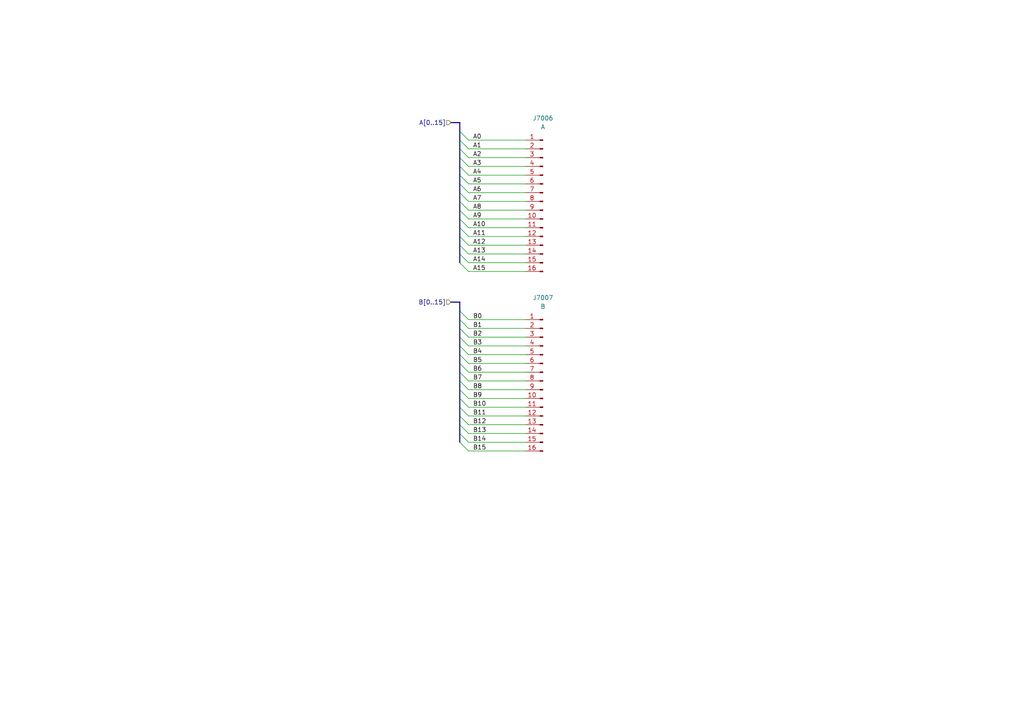
<source format=kicad_sch>
(kicad_sch (version 20211123) (generator eeschema)
  (paper "A4")
  (title_block (date "2022-04-13") (rev "A"))
  (lib_symbols
    (symbol "Connector:Conn_01x16_Male" (pin_names (offset 1.016) hide)
      (property "Reference" "J" (at 0 20.32 0))
      (property "Value" "Conn_01x16_Male" (at 0 -22.86 0))
      (symbol "Conn_01x16_Male_1_1"
        (polyline (pts (xy 1.27 -20.32) (xy 0.8636 -20.32)) (stroke (width 0.1524)))
        (polyline (pts (xy 1.27 -17.78) (xy 0.8636 -17.78)) (stroke (width 0.1524)))
        (polyline (pts (xy 1.27 -15.24) (xy 0.8636 -15.24)) (stroke (width 0.1524)))
        (polyline (pts (xy 1.27 -12.7) (xy 0.8636 -12.7)) (stroke (width 0.1524)))
        (polyline (pts (xy 1.27 -10.16) (xy 0.8636 -10.16)) (stroke (width 0.1524)))
        (polyline (pts (xy 1.27 -7.62) (xy 0.8636 -7.62)) (stroke (width 0.1524)))
        (polyline (pts (xy 1.27 -5.08) (xy 0.8636 -5.08)) (stroke (width 0.1524)))
        (polyline (pts (xy 1.27 -2.54) (xy 0.8636 -2.54)) (stroke (width 0.1524)))
        (polyline (pts (xy 1.27 0) (xy 0.8636 0)) (stroke (width 0.1524)))
        (polyline (pts (xy 1.27 2.54) (xy 0.8636 2.54)) (stroke (width 0.1524)))
        (polyline (pts (xy 1.27 5.08) (xy 0.8636 5.08)) (stroke (width 0.1524)))
        (polyline (pts (xy 1.27 7.62) (xy 0.8636 7.62)) (stroke (width 0.1524)))
        (polyline (pts (xy 1.27 10.16) (xy 0.8636 10.16)) (stroke (width 0.1524)))
        (polyline (pts (xy 1.27 12.7) (xy 0.8636 12.7)) (stroke (width 0.1524)))
        (polyline (pts (xy 1.27 15.24) (xy 0.8636 15.24)) (stroke (width 0.1524)))
        (polyline (pts (xy 1.27 17.78) (xy 0.8636 17.78)) (stroke (width 0.1524)))
        (rectangle (start 0.8636 -20.193) (end 0 -20.447) (stroke (width 0.1524)) (fill (type outline)))
        (rectangle (start 0.8636 -17.653) (end 0 -17.907) (stroke (width 0.1524)) (fill (type outline)))
        (rectangle (start 0.8636 -15.113) (end 0 -15.367) (stroke (width 0.1524)) (fill (type outline)))
        (rectangle (start 0.8636 -12.573) (end 0 -12.827) (stroke (width 0.1524)) (fill (type outline)))
        (rectangle (start 0.8636 -10.033) (end 0 -10.287) (stroke (width 0.1524)) (fill (type outline)))
        (rectangle (start 0.8636 -7.493) (end 0 -7.747) (stroke (width 0.1524)) (fill (type outline)))
        (rectangle (start 0.8636 -4.953) (end 0 -5.207) (stroke (width 0.1524)) (fill (type outline)))
        (rectangle (start 0.8636 -2.413) (end 0 -2.667) (stroke (width 0.1524)) (fill (type outline)))
        (rectangle (start 0.8636 0.127) (end 0 -0.127) (stroke (width 0.1524)) (fill (type outline)))
        (rectangle (start 0.8636 2.667) (end 0 2.413) (stroke (width 0.1524)) (fill (type outline)))
        (rectangle (start 0.8636 5.207) (end 0 4.953) (stroke (width 0.1524)) (fill (type outline)))
        (rectangle (start 0.8636 7.747) (end 0 7.493) (stroke (width 0.1524)) (fill (type outline)))
        (rectangle (start 0.8636 10.287) (end 0 10.033) (stroke (width 0.1524)) (fill (type outline)))
        (rectangle (start 0.8636 12.827) (end 0 12.573) (stroke (width 0.1524)) (fill (type outline)))
        (rectangle (start 0.8636 15.367) (end 0 15.113) (stroke (width 0.1524)) (fill (type outline)))
        (rectangle (start 0.8636 17.907) (end 0 17.653) (stroke (width 0.1524)) (fill (type outline)))
        (pin passive line (at 5.08 17.78 180) (length 3.81) (name "Pin_1") (number "1"))
        (pin passive line (at 5.08 -5.08 180) (length 3.81) (name "Pin_10") (number "10"))
        (pin passive line (at 5.08 -7.62 180) (length 3.81) (name "Pin_11") (number "11"))
        (pin passive line (at 5.08 -10.16 180) (length 3.81) (name "Pin_12") (number "12"))
        (pin passive line (at 5.08 -12.7 180) (length 3.81) (name "Pin_13") (number "13"))
        (pin passive line (at 5.08 -15.24 180) (length 3.81) (name "Pin_14") (number "14"))
        (pin passive line (at 5.08 -17.78 180) (length 3.81) (name "Pin_15") (number "15"))
        (pin passive line (at 5.08 -20.32 180) (length 3.81) (name "Pin_16") (number "16"))
        (pin passive line (at 5.08 15.24 180) (length 3.81) (name "Pin_2") (number "2"))
        (pin passive line (at 5.08 12.7 180) (length 3.81) (name "Pin_3") (number "3"))
        (pin passive line (at 5.08 10.16 180) (length 3.81) (name "Pin_4") (number "4"))
        (pin passive line (at 5.08 7.62 180) (length 3.81) (name "Pin_5") (number "5"))
        (pin passive line (at 5.08 5.08 180) (length 3.81) (name "Pin_6") (number "6"))
        (pin passive line (at 5.08 2.54 180) (length 3.81) (name "Pin_7") (number "7"))
        (pin passive line (at 5.08 0 180) (length 3.81) (name "Pin_8") (number "8"))
        (pin passive line (at 5.08 -2.54 180) (length 3.81) (name "Pin_9") (number "9"))
      )
    )
  )
  (bus_entry (at 133.35 60.96) (size 2.54 2.54))
  (bus_entry (at 133.35 43.18) (size 2.54 2.54))
  (bus_entry (at 133.35 118.11) (size 2.54 2.54))
  (bus_entry (at 133.35 125.73) (size 2.54 2.54))
  (bus_entry (at 133.35 105.41) (size 2.54 2.54))
  (bus_entry (at 133.35 107.95) (size 2.54 2.54))
  (bus_entry (at 133.35 92.71) (size 2.54 2.54))
  (bus_entry (at 133.35 58.42) (size 2.54 2.54))
  (bus_entry (at 133.35 100.33) (size 2.54 2.54))
  (bus_entry (at 133.35 68.58) (size 2.54 2.54))
  (bus_entry (at 133.35 63.5) (size 2.54 2.54))
  (bus_entry (at 133.35 73.66) (size 2.54 2.54))
  (bus_entry (at 133.35 113.03) (size 2.54 2.54))
  (bus_entry (at 133.35 120.65) (size 2.54 2.54))
  (bus_entry (at 133.35 55.88) (size 2.54 2.54))
  (bus_entry (at 133.35 66.04) (size 2.54 2.54))
  (bus_entry (at 133.35 97.79) (size 2.54 2.54))
  (bus_entry (at 133.35 90.17) (size 2.54 2.54))
  (bus_entry (at 133.35 40.64) (size 2.54 2.54))
  (bus_entry (at 133.35 76.2) (size 2.54 2.54))
  (bus_entry (at 133.35 102.87) (size 2.54 2.54))
  (bus_entry (at 133.35 115.57) (size 2.54 2.54))
  (bus_entry (at 133.35 128.27) (size 2.54 2.54))
  (bus_entry (at 133.35 50.8) (size 2.54 2.54))
  (bus_entry (at 133.35 71.12) (size 2.54 2.54))
  (bus_entry (at 133.35 123.19) (size 2.54 2.54))
  (bus_entry (at 133.35 38.1) (size 2.54 2.54))
  (bus_entry (at 133.35 48.26) (size 2.54 2.54))
  (bus_entry (at 133.35 110.49) (size 2.54 2.54))
  (bus_entry (at 133.35 95.25) (size 2.54 2.54))
  (bus_entry (at 133.35 53.34) (size 2.54 2.54))
  (bus_entry (at 133.35 45.72) (size 2.54 2.54))
  (bus (pts (xy 133.35 87.63) (xy 133.35 90.17)))
  (bus (pts (xy 133.35 73.66) (xy 133.35 76.2)))
  (wire (pts (xy 135.89 58.42) (xy 152.4 58.42)))
  (wire (pts (xy 135.89 60.96) (xy 152.4 60.96)))
  (bus (pts (xy 133.35 35.56) (xy 133.35 38.1)))
  (bus (pts (xy 133.35 113.03) (xy 133.35 115.57)))
  (bus (pts (xy 133.35 71.12) (xy 133.35 73.66)))
  (bus (pts (xy 133.35 40.64) (xy 133.35 43.18)))
  (bus (pts (xy 133.35 68.58) (xy 133.35 71.12)))
  (bus (pts (xy 133.35 60.96) (xy 133.35 63.5)))
  (bus (pts (xy 133.35 100.33) (xy 133.35 102.87)))
  (wire (pts (xy 135.89 110.49) (xy 152.4 110.49)))
  (wire (pts (xy 135.89 100.33) (xy 152.4 100.33)))
  (wire (pts (xy 135.89 71.12) (xy 152.4 71.12)))
  (bus (pts (xy 133.35 55.88) (xy 133.35 58.42)))
  (bus (pts (xy 133.35 45.72) (xy 133.35 48.26)))
  (bus (pts (xy 130.81 87.63) (xy 133.35 87.63)))
  (wire (pts (xy 135.89 97.79) (xy 152.4 97.79)))
  (wire (pts (xy 135.89 118.11) (xy 152.4 118.11)))
  (wire (pts (xy 135.89 48.26) (xy 152.4 48.26)))
  (bus (pts (xy 133.35 50.8) (xy 133.35 53.34)))
  (bus (pts (xy 133.35 125.73) (xy 133.35 128.27)))
  (wire (pts (xy 135.89 78.74) (xy 152.4 78.74)))
  (bus (pts (xy 133.35 63.5) (xy 133.35 66.04)))
  (bus (pts (xy 133.35 95.25) (xy 133.35 97.79)))
  (wire (pts (xy 135.89 66.04) (xy 152.4 66.04)))
  (wire (pts (xy 135.89 128.27) (xy 152.4 128.27)))
  (bus (pts (xy 133.35 48.26) (xy 133.35 50.8)))
  (wire (pts (xy 135.89 92.71) (xy 152.4 92.71)))
  (bus (pts (xy 133.35 115.57) (xy 133.35 118.11)))
  (wire (pts (xy 135.89 63.5) (xy 152.4 63.5)))
  (bus (pts (xy 133.35 90.17) (xy 133.35 92.71)))
  (bus (pts (xy 133.35 38.1) (xy 133.35 40.64)))
  (bus (pts (xy 133.35 118.11) (xy 133.35 120.65)))
  (bus (pts (xy 133.35 58.42) (xy 133.35 60.96)))
  (bus (pts (xy 133.35 53.34) (xy 133.35 55.88)))
  (wire (pts (xy 135.89 76.2) (xy 152.4 76.2)))
  (bus (pts (xy 130.81 35.56) (xy 133.35 35.56)))
  (wire (pts (xy 135.89 68.58) (xy 152.4 68.58)))
  (bus (pts (xy 133.35 66.04) (xy 133.35 68.58)))
  (wire (pts (xy 135.89 53.34) (xy 152.4 53.34)))
  (wire (pts (xy 135.89 50.8) (xy 152.4 50.8)))
  (wire (pts (xy 135.89 107.95) (xy 152.4 107.95)))
  (bus (pts (xy 133.35 120.65) (xy 133.35 123.19)))
  (wire (pts (xy 135.89 45.72) (xy 152.4 45.72)))
  (bus (pts (xy 133.35 102.87) (xy 133.35 105.41)))
  (bus (pts (xy 133.35 105.41) (xy 133.35 107.95)))
  (wire (pts (xy 135.89 55.88) (xy 152.4 55.88)))
  (wire (pts (xy 135.89 115.57) (xy 152.4 115.57)))
  (wire (pts (xy 135.89 95.25) (xy 152.4 95.25)))
  (wire (pts (xy 135.89 40.64) (xy 152.4 40.64)))
  (bus (pts (xy 133.35 123.19) (xy 133.35 125.73)))
  (wire (pts (xy 135.89 102.87) (xy 152.4 102.87)))
  (wire (pts (xy 135.89 73.66) (xy 152.4 73.66)))
  (wire (pts (xy 135.89 105.41) (xy 152.4 105.41)))
  (wire (pts (xy 135.89 123.19) (xy 152.4 123.19)))
  (wire (pts (xy 135.89 43.18) (xy 152.4 43.18)))
  (bus (pts (xy 133.35 43.18) (xy 133.35 45.72)))
  (wire (pts (xy 135.89 113.03) (xy 152.4 113.03)))
  (bus (pts (xy 133.35 107.95) (xy 133.35 110.49)))
  (bus (pts (xy 133.35 110.49) (xy 133.35 113.03)))
  (wire (pts (xy 135.89 120.65) (xy 152.4 120.65)))
  (wire (pts (xy 135.89 130.81) (xy 152.4 130.81)))
  (wire (pts (xy 135.89 125.73) (xy 152.4 125.73)))
  (bus (pts (xy 133.35 92.71) (xy 133.35 95.25)))
  (bus (pts (xy 133.35 97.79) (xy 133.35 100.33)))
  (label "B11" (at 137.16 120.65 0))
  (label "B6" (at 137.16 107.95 0))
  (label "B5" (at 137.16 105.41 0))
  (label "A0" (at 137.16 40.64 0))
  (label "A2" (at 137.16 45.72 0))
  (label "A13" (at 137.16 73.66 0))
  (label "A15" (at 137.16 78.74 0))
  (label "A10" (at 137.16 66.04 0))
  (label "A11" (at 137.16 68.58 0))
  (label "A6" (at 137.16 55.88 0))
  (label "A8" (at 137.16 60.96 0))
  (label "B9" (at 137.16 115.57 0))
  (label "B12" (at 137.16 123.19 0))
  (label "B7" (at 137.16 110.49 0))
  (label "B4" (at 137.16 102.87 0))
  (label "A5" (at 137.16 53.34 0))
  (label "A4" (at 137.16 50.8 0))
  (label "B15" (at 137.16 130.81 0))
  (label "A12" (at 137.16 71.12 0))
  (label "A3" (at 137.16 48.26 0))
  (label "B10" (at 137.16 118.11 0))
  (label "A1" (at 137.16 43.18 0))
  (label "B3" (at 137.16 100.33 0))
  (label "B0" (at 137.16 92.71 0))
  (label "A14" (at 137.16 76.2 0))
  (label "B14" (at 137.16 128.27 0))
  (label "A9" (at 137.16 63.5 0))
  (label "A7" (at 137.16 58.42 0))
  (label "B13" (at 137.16 125.73 0))
  (label "B2" (at 137.16 97.79 0))
  (label "B8" (at 137.16 113.03 0))
  (label "B1" (at 137.16 95.25 0))
  (hierarchical_label "A[0..15]" (shape input) (at 130.81 35.56 180))
  (hierarchical_label "B[0..15]" (shape input) (at 130.81 87.63 180))
  (symbol (lib_id "Connector:Conn_01x16_Male") (at 157.48 110.49 0) (mirror y) (unit 1)
    (property "Reference" "J7007" (at 157.48 86.36 0))
    (property "Value" "B" (at 157.48 88.9 0))
    (property "Footprint" "Connector_PinHeader_2.54mm:PinHeader_1x16_P2.54mm_Vertical" (effects hide))
  )
  (symbol (lib_id "Connector:Conn_01x16_Male") (at 157.48 58.42 0) (mirror y) (unit 1)
    (property "Reference" "J7006" (at 157.48 34.29 0))
    (property "Value" "A" (at 157.48 36.83 0))
    (property "Footprint" "Connector_PinHeader_2.54mm:PinHeader_1x16_P2.54mm_Vertical" (effects hide))
  )
)
</source>
